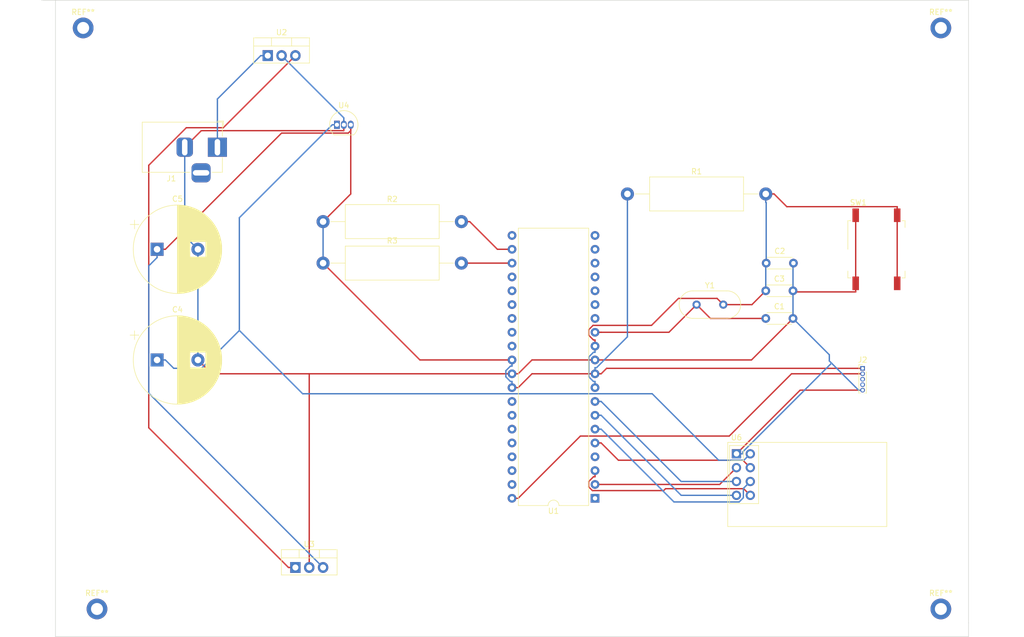
<source format=kicad_pcb>
(kicad_pcb (version 20211014) (generator pcbnew)
  (layers (0 "F.Cu" signal) (31 "B.Cu" signal) (34 "B.Paste" user) (35 "F.Paste" user) (36 "B.SilkS" user "B.Silkscreen") (37 "F.SilkS" user "F.Silkscreen") (38 "B.Mask" user) (39 "F.Mask" user) (44 "Edge.Cuts" user))
  (net 0 "")
  (net 1 "Net-(C1-Pad1)")
  (net 2 "/Atmega32/GND")
  (net 3 "Net-(C2-Pad1)")
  (net 4 "/Power Supply/3.3V")
  (net 5 "/Atmega32/5V")
  (net 6 "/Power Supply/12V")
  (net 7 "/Atmega32/A0")
  (net 10 "/Atmega32/SCL")
  (net 11 "/Atmega32/SDA")
  (net 13 "/Atmega32/CE")
  (net 14 "/Atmega32/IRQ")
  (net 16 "/Atmega32/CSN")
  (net 17 "/Atmega32/MOSI")
  (net 18 "/Atmega32/MISO")
  (net 19 "/Atmega32/SCK")
  (net 22 "/Atmega32/D2")
  (net 23 "/Atmega32/D3")
  (net 39 "/Atmega32/A2")
  (net 40 "/Atmega32/A1")
  (net 41 "Net-(U2-Pad3)")
  (net 42 "/5V")
  (net 43 "/A0")
  (net 44 "/GND")
  (net 45 "/3.3V")
  (net 46 "/CE")
  (net 47 "/CSN")
  (net 48 "/SCK")
  (net 49 "/MOSI")
  (net 50 "/MISO")
  (net 51 "/IRQ")
  (footprint "Connector_BarrelJack:BarrelJack_Horizontal" (layer "F.Cu") (at 93.23 47.3025)
    (fp_text reference "J1" (at -8.45 5.75) (layer "F.SilkS"))
    (fp_text value "Barrel_Jack")
    (pad "1" thru_hole rect (at 0 0) (size 3.5 3.5) (drill oval 1 3) (layers *.Cu *.Mask) (net 6 "/Power Supply/12V"))
    (pad "2" thru_hole roundrect (at -6 0) (size 3 3.5) (drill oval 1 3) (layers *.Cu *.Mask) (net 2 "/Atmega32/GND"))
    (pad "3" thru_hole roundrect (at -3 4.7) (size 3.5 3.5) (drill oval 3 1) (layers *.Cu *.Mask))
  )
  (footprint "Connector_PinHeader_1.00mm:PinHeader_1x05_P1.00mm_Vertical" (layer "F.Cu") (at 211.69 87.9)
    (fp_text reference "J2" (at 0 -1.56 180) (layer "F.SilkS"))
    (fp_text value "Joystick (Servo)")
    (pad "1" thru_hole rect (at 0 0) (size 0.85 0.85) (drill 0.5) (layers *.Cu *.Mask) (net 42 "/5V"))
    (pad "2" thru_hole oval (at 0 1) (size 0.85 0.85) (drill 0.5) (layers *.Cu *.Mask) (net 43 "/A0"))
    (pad "3" thru_hole oval (at 0 2) (size 0.85 0.85) (drill 0.5) (layers *.Cu *.Mask))
    (pad "4" thru_hole oval (at 0 3) (size 0.85 0.85) (drill 0.5) (layers *.Cu *.Mask))
    (pad "5" thru_hole oval (at 0 4) (size 0.85 0.85) (drill 0.5) (layers *.Cu *.Mask) (net 44 "/GND"))
  )
  (footprint "MountingHole:MountingHole_2.2mm_M2_ISO14580_Pad" (layer "F.Cu") (at 68.58 25.4)
    (fp_text reference "REF**" (at 0 -2.9) (layer "F.SilkS"))
    (fp_text value "MountingHole_2.2mm_M2_ISO14580_Pad")
    (pad "1" thru_hole circle (at 0 0) (size 3.8 3.8) (drill 2.2) (layers *.Cu *.Mask))
  )
  (footprint "Resistor_THT:R_Axial_DIN0617_L17.0mm_D6.0mm_P25.40mm_Horizontal" (layer "F.Cu") (at 168.51 55.88)
    (fp_text reference "R1" (at 12.7 -4.12) (layer "F.SilkS"))
    (fp_text value "10k")
    (pad "1" thru_hole circle (at 0 0) (size 2.4 2.4) (drill 1.2) (layers *.Cu *.Mask) (net 5 "/Atmega32/5V"))
    (pad "2" thru_hole oval (at 25.4 0) (size 2.4 2.4) (drill 1.2) (layers *.Cu *.Mask) (net 3 "Net-(C2-Pad1)"))
  )
  (footprint "Capacitor_THT:CP_Radial_D16.0mm_P7.50mm" (layer "F.Cu") (at 82.15 66.04)
    (fp_text reference "C5" (at 3.75 -9.25) (layer "F.SilkS"))
    (fp_text value "470uF")
    (pad "1" thru_hole rect (at 0 0) (size 2.4 2.4) (drill 1.2) (layers *.Cu *.Mask) (net 5 "/Atmega32/5V"))
    (pad "2" thru_hole circle (at 7.5 0) (size 2.4 2.4) (drill 1.2) (layers *.Cu *.Mask) (net 2 "/Atmega32/GND"))
  )
  (footprint "Capacitor_THT:C_Disc_D4.3mm_W1.9mm_P5.00mm" (layer "F.Cu") (at 193.91 73.66)
    (fp_text reference "C3" (at 2.5 -2.2 180) (layer "F.SilkS"))
    (fp_text value "10uF")
    (pad "1" thru_hole circle (at 0 0) (size 1.6 1.6) (drill 0.8) (layers *.Cu *.Mask) (net 3 "Net-(C2-Pad1)"))
    (pad "2" thru_hole circle (at 5 0) (size 1.6 1.6) (drill 0.8) (layers *.Cu *.Mask) (net 2 "/Atmega32/GND"))
  )
  (footprint "Package_TO_SOT_THT:TO-92_Inline" (layer "F.Cu") (at 115.17 43.18)
    (fp_text reference "U4" (at 1.27 -3.56) (layer "F.SilkS"))
    (fp_text value "L78L33_TO92")
    (pad "1" thru_hole rect (at 0 0) (size 1.05 1.5) (drill 0.75) (layers *.Cu *.Mask) (net 4 "/Power Supply/3.3V"))
    (pad "2" thru_hole oval (at 1.27 0) (size 1.05 1.5) (drill 0.75) (layers *.Cu *.Mask) (net 2 "/Atmega32/GND"))
    (pad "3" thru_hole oval (at 2.54 0) (size 1.05 1.5) (drill 0.75) (layers *.Cu *.Mask) (net 5 "/Atmega32/5V"))
  )
  (footprint "Crystal:Crystal_HC18-U_Vertical" (layer "F.Cu") (at 181.21 76.2)
    (fp_text reference "Y1" (at 2.45 -3.525 180) (layer "F.SilkS"))
    (fp_text value "Crystal")
    (pad "1" thru_hole circle (at 0 0) (size 1.5 1.5) (drill 0.8) (layers *.Cu *.Mask) (net 1 "Net-(C1-Pad1)"))
    (pad "2" thru_hole circle (at 4.9 0) (size 1.5 1.5) (drill 0.8) (layers *.Cu *.Mask) (net 3 "Net-(C2-Pad1)"))
  )
  (footprint "Capacitor_THT:C_Disc_D4.3mm_W1.9mm_P5.00mm" (layer "F.Cu") (at 193.91 78.74)
    (fp_text reference "C1" (at 2.5 -2.2 180) (layer "F.SilkS"))
    (fp_text value "22pF")
    (pad "1" thru_hole circle (at 0 0) (size 1.6 1.6) (drill 0.8) (layers *.Cu *.Mask) (net 1 "Net-(C1-Pad1)"))
    (pad "2" thru_hole circle (at 5 0) (size 1.6 1.6) (drill 0.8) (layers *.Cu *.Mask) (net 2 "/Atmega32/GND"))
  )
  (footprint "Package_DIP:DIP-40_W15.24mm" (layer "F.Cu") (at 162.56 111.76 180)
    (fp_text reference "U1" (at 7.62 -2.33) (layer "F.SilkS"))
    (fp_text value "ATmega32-16P")
    (pad "1" thru_hole rect (at 0 0 180) (size 1.6 1.6) (drill 0.8) (layers *.Cu *.Mask))
    (pad "2" thru_hole oval (at 0 2.54 180) (size 1.6 1.6) (drill 0.8) (layers *.Cu *.Mask) (net 13 "/Atmega32/CE"))
    (pad "3" thru_hole oval (at 0 5.08 180) (size 1.6 1.6) (drill 0.8) (layers *.Cu *.Mask) (net 14 "/Atmega32/IRQ"))
    (pad "4" thru_hole oval (at 0 7.62 180) (size 1.6 1.6) (drill 0.8) (layers *.Cu *.Mask))
    (pad "5" thru_hole oval (at 0 10.16 180) (size 1.6 1.6) (drill 0.8) (layers *.Cu *.Mask) (net 16 "/Atmega32/CSN"))
    (pad "6" thru_hole oval (at 0 12.7 180) (size 1.6 1.6) (drill 0.8) (layers *.Cu *.Mask) (net 17 "/Atmega32/MOSI"))
    (pad "7" thru_hole oval (at 0 15.24 180) (size 1.6 1.6) (drill 0.8) (layers *.Cu *.Mask) (net 18 "/Atmega32/MISO"))
    (pad "8" thru_hole oval (at 0 17.78 180) (size 1.6 1.6) (drill 0.8) (layers *.Cu *.Mask) (net 19 "/Atmega32/SCK"))
    (pad "9" thru_hole oval (at 0 20.32 180) (size 1.6 1.6) (drill 0.8) (layers *.Cu *.Mask) (net 3 "Net-(C2-Pad1)"))
    (pad "10" thru_hole oval (at 0 22.86 180) (size 1.6 1.6) (drill 0.8) (layers *.Cu *.Mask) (net 5 "/Atmega32/5V"))
    (pad "11" thru_hole oval (at 0 25.4 180) (size 1.6 1.6) (drill 0.8) (layers *.Cu *.Mask) (net 2 "/Atmega32/GND"))
    (pad "12" thru_hole oval (at 0 27.94 180) (size 1.6 1.6) (drill 0.8) (layers *.Cu *.Mask) (net 3 "Net-(C2-Pad1)"))
    (pad "13" thru_hole oval (at 0 30.48 180) (size 1.6 1.6) (drill 0.8) (layers *.Cu *.Mask) (net 1 "Net-(C1-Pad1)"))
    (pad "14" thru_hole oval (at 0 33.02 180) (size 1.6 1.6) (drill 0.8) (layers *.Cu *.Mask))
    (pad "15" thru_hole oval (at 0 35.56 180) (size 1.6 1.6) (drill 0.8) (layers *.Cu *.Mask))
    (pad "16" thru_hole oval (at 0 38.1 180) (size 1.6 1.6) (drill 0.8) (layers *.Cu *.Mask) (net 22 "/Atmega32/D2"))
    (pad "17" thru_hole oval (at 0 40.64 180) (size 1.6 1.6) (drill 0.8) (layers *.Cu *.Mask) (net 23 "/Atmega32/D3"))
    (pad "18" thru_hole oval (at 0 43.18 180) (size 1.6 1.6) (drill 0.8) (layers *.Cu *.Mask))
    (pad "19" thru_hole oval (at 0 45.72 180) (size 1.6 1.6) (drill 0.8) (layers *.Cu *.Mask))
    (pad "20" thru_hole oval (at 0 48.26 180) (size 1.6 1.6) (drill 0.8) (layers *.Cu *.Mask))
    (pad "21" thru_hole oval (at 15.24 48.26 180) (size 1.6 1.6) (drill 0.8) (layers *.Cu *.Mask))
    (pad "22" thru_hole oval (at 15.24 45.72 180) (size 1.6 1.6) (drill 0.8) (layers *.Cu *.Mask) (net 10 "/Atmega32/SCL"))
    (pad "23" thru_hole oval (at 15.24 43.18 180) (size 1.6 1.6) (drill 0.8) (layers *.Cu *.Mask) (net 11 "/Atmega32/SDA"))
    (pad "24" thru_hole oval (at 15.24 40.64 180) (size 1.6 1.6) (drill 0.8) (layers *.Cu *.Mask))
    (pad "25" thru_hole oval (at 15.24 38.1 180) (size 1.6 1.6) (drill 0.8) (layers *.Cu *.Mask))
    (pad "26" thru_hole oval (at 15.24 35.56 180) (size 1.6 1.6) (drill 0.8) (layers *.Cu *.Mask))
    (pad "27" thru_hole oval (at 15.24 33.02 180) (size 1.6 1.6) (drill 0.8) (layers *.Cu *.Mask))
    (pad "28" thru_hole oval (at 15.24 30.48 180) (size 1.6 1.6) (drill 0.8) (layers *.Cu *.Mask))
    (pad "29" thru_hole oval (at 15.24 27.94 180) (size 1.6 1.6) (drill 0.8) (layers *.Cu *.Mask))
    (pad "30" thru_hole oval (at 15.24 25.4 180) (size 1.6 1.6) (drill 0.8) (layers *.Cu *.Mask) (net 5 "/Atmega32/5V"))
    (pad "31" thru_hole oval (at 15.24 22.86 180) (size 1.6 1.6) (drill 0.8) (layers *.Cu *.Mask) (net 2 "/Atmega32/GND"))
    (pad "32" thru_hole oval (at 15.24 20.32 180) (size 1.6 1.6) (drill 0.8) (layers *.Cu *.Mask) (net 5 "/Atmega32/5V"))
    (pad "33" thru_hole oval (at 15.24 17.78 180) (size 1.6 1.6) (drill 0.8) (layers *.Cu *.Mask))
    (pad "34" thru_hole oval (at 15.24 15.24 180) (size 1.6 1.6) (drill 0.8) (layers *.Cu *.Mask))
    (pad "35" thru_hole oval (at 15.24 12.7 180) (size 1.6 1.6) (drill 0.8) (layers *.Cu *.Mask))
    (pad "36" thru_hole oval (at 15.24 10.16 180) (size 1.6 1.6) (drill 0.8) (layers *.Cu *.Mask))
    (pad "37" thru_hole oval (at 15.24 7.62 180) (size 1.6 1.6) (drill 0.8) (layers *.Cu *.Mask))
    (pad "38" thru_hole oval (at 15.24 5.08 180) (size 1.6 1.6) (drill 0.8) (layers *.Cu *.Mask) (net 39 "/Atmega32/A2"))
    (pad "39" thru_hole oval (at 15.24 2.54 180) (size 1.6 1.6) (drill 0.8) (layers *.Cu *.Mask) (net 40 "/Atmega32/A1"))
    (pad "40" thru_hole oval (at 15.24 0 180) (size 1.6 1.6) (drill 0.8) (layers *.Cu *.Mask) (net 7 "/Atmega32/A0"))
  )
  (footprint "Package_TO_SOT_THT:TO-220-3_Vertical" (layer "F.Cu") (at 107.55 124.46)
    (fp_text reference "U3" (at 2.54 -4.27 180) (layer "F.SilkS"))
    (fp_text value "L7805")
    (pad "1" thru_hole rect (at 0 0) (size 1.905 2) (drill 1.1) (layers *.Cu *.Mask) (net 41 "Net-(U2-Pad3)"))
    (pad "2" thru_hole oval (at 2.54 0) (size 1.905 2) (drill 1.1) (layers *.Cu *.Mask) (net 2 "/Atmega32/GND"))
    (pad "3" thru_hole oval (at 5.08 0) (size 1.905 2) (drill 1.1) (layers *.Cu *.Mask) (net 5 "/Atmega32/5V"))
  )
  (footprint "Resistor_THT:R_Axial_DIN0617_L17.0mm_D6.0mm_P25.40mm_Horizontal" (layer "F.Cu") (at 112.63 68.58)
    (fp_text reference "R3" (at 12.7 -4.12) (layer "F.SilkS"))
    (fp_text value "4.7k")
    (pad "1" thru_hole circle (at 0 0) (size 2.4 2.4) (drill 1.2) (layers *.Cu *.Mask) (net 5 "/Atmega32/5V"))
    (pad "2" thru_hole oval (at 25.4 0) (size 2.4 2.4) (drill 1.2) (layers *.Cu *.Mask) (net 11 "/Atmega32/SDA"))
  )
  (footprint "Resistor_THT:R_Axial_DIN0617_L17.0mm_D6.0mm_P25.40mm_Horizontal" (layer "F.Cu") (at 112.63 60.96)
    (fp_text reference "R2" (at 12.7 -4.12) (layer "F.SilkS"))
    (fp_text value "4.7k")
    (pad "1" thru_hole circle (at 0 0) (size 2.4 2.4) (drill 1.2) (layers *.Cu *.Mask) (net 5 "/Atmega32/5V"))
    (pad "2" thru_hole oval (at 25.4 0) (size 2.4 2.4) (drill 1.2) (layers *.Cu *.Mask) (net 10 "/Atmega32/SCL"))
  )
  (footprint "Button_Switch_SMD:SW_MEC_5GSH9" (layer "F.Cu") (at 214.23 66.04)
    (fp_text reference "SW1" (at -3.325 -8.575 180) (layer "F.SilkS"))
    (fp_text value "Reset Button")
    (pad "1" smd rect (at -3.81 -6.25 90) (size 2.5 1.2) (layers "F.Cu" "F.Paste" "F.Mask") (net 2 "/Atmega32/GND"))
    (pad "2" smd rect (at -3.81 6.25 90) (size 2.5 1.2) (layers "F.Cu" "F.Paste" "F.Mask") (net 2 "/Atmega32/GND"))
    (pad "3" smd rect (at 3.81 -6.25 90) (size 2.5 1.2) (layers "F.Cu" "F.Paste" "F.Mask") (net 3 "Net-(C2-Pad1)"))
    (pad "4" smd rect (at 3.81 6.25 90) (size 2.5 1.2) (layers "F.Cu" "F.Paste" "F.Mask") (net 3 "Net-(C2-Pad1)"))
  )
  (footprint "RF_Module:nRF24L01_Breakout" (layer "F.Cu") (at 188.53 103.595)
    (fp_text reference "U6" (at 0 -3) (layer "F.SilkS"))
    (fp_text value "NRF24L01")
    (pad "1" thru_hole rect (at 0 0) (size 1.7 1.7) (drill 1) (layers *.Cu *.Mask) (net 44 "/GND"))
    (pad "2" thru_hole circle (at 2.54 0) (size 1.7 1.7) (drill 1) (layers *.Cu *.Mask) (net 45 "/3.3V"))
    (pad "3" thru_hole circle (at 0 2.54) (size 1.7 1.7) (drill 1) (layers *.Cu *.Mask) (net 46 "/CE"))
    (pad "4" thru_hole circle (at 2.54 2.54) (size 1.7 1.7) (drill 1) (layers *.Cu *.Mask) (net 47 "/CSN"))
    (pad "5" thru_hole circle (at 0 5.08) (size 1.7 1.7) (drill 1) (layers *.Cu *.Mask) (net 48 "/SCK"))
    (pad "6" thru_hole circle (at 2.54 5.08) (size 1.7 1.7) (drill 1) (layers *.Cu *.Mask) (net 49 "/MOSI"))
    (pad "7" thru_hole circle (at 0 7.62) (size 1.7 1.7) (drill 1) (layers *.Cu *.Mask) (net 50 "/MISO"))
    (pad "8" thru_hole circle (at 2.54 7.62) (size 1.7 1.7) (drill 1) (layers *.Cu *.Mask) (net 51 "/IRQ"))
  )
  (footprint "MountingHole:MountingHole_2.2mm_M2_ISO14580_Pad" (layer "F.Cu") (at 226.06 132.08)
    (fp_text reference "REF**" (at 0 -2.9) (layer "F.SilkS"))
    (fp_text value "MountingHole_2.2mm_M2_ISO14580_Pad")
    (pad "1" thru_hole circle (at 0 0) (size 3.8 3.8) (drill 2.2) (layers *.Cu *.Mask))
  )
  (footprint "Capacitor_THT:CP_Radial_D16.0mm_P7.50mm" (layer "F.Cu") (at 82.15 86.36)
    (fp_text reference "C4" (at 3.75 -9.25) (layer "F.SilkS"))
    (fp_text value "470uF")
    (pad "1" thru_hole rect (at 0 0) (size 2.4 2.4) (drill 1.2) (layers *.Cu *.Mask) (net 4 "/Power Supply/3.3V"))
    (pad "2" thru_hole circle (at 7.5 0) (size 2.4 2.4) (drill 1.2) (layers *.Cu *.Mask) (net 2 "/Atmega32/GND"))
  )
  (footprint "MountingHole:MountingHole_2.2mm_M2_ISO14580_Pad" (layer "F.Cu") (at 226.06 25.4)
    (fp_text reference "REF**" (at 0 -2.9) (layer "F.SilkS"))
    (fp_text value "MountingHole_2.2mm_M2_ISO14580_Pad")
    (pad "1" thru_hole circle (at 0 0) (size 3.8 3.8) (drill 2.2) (layers *.Cu *.Mask))
  )
  (footprint "MountingHole:MountingHole_2.2mm_M2_ISO14580_Pad" (layer "F.Cu") (at 71.12 132.08)
    (fp_text reference "REF**" (at 0 -2.9) (layer "F.SilkS"))
    (fp_text value "MountingHole_2.2mm_M2_ISO14580_Pad")
    (pad "1" thru_hole circle (at 0 0) (size 3.8 3.8) (drill 2.2) (layers *.Cu *.Mask))
  )
  (footprint "Package_TO_SOT_THT:TO-220-3_Vertical" (layer "F.Cu") (at 102.47 30.48)
    (fp_text reference "U2" (at 2.54 -4.27) (layer "F.SilkS"))
    (fp_text value "L7809")
    (pad "1" thru_hole rect (at 0 0) (size 1.905 2) (drill 1.1) (layers *.Cu *.Mask) (net 6 "/Power Supply/12V"))
    (pad "2" thru_hole oval (at 2.54 0) (size 1.905 2) (drill 1.1) (layers *.Cu *.Mask) (net 2 "/Atmega32/GND"))
    (pad "3" thru_hole oval (at 5.08 0) (size 1.905 2) (drill 1.1) (layers *.Cu *.Mask) (net 41 "Net-(U2-Pad3)"))
  )
  (footprint "Capacitor_THT:C_Disc_D4.3mm_W1.9mm_P5.00mm" (layer "F.Cu") (at 193.99 68.58)
    (fp_text reference "C2" (at 2.5 -2.2 180) (layer "F.SilkS"))
    (fp_text value "22pF")
    (pad "1" thru_hole circle (at 0 0) (size 1.6 1.6) (drill 0.8) (layers *.Cu *.Mask) (net 3 "Net-(C2-Pad1)"))
    (pad "2" thru_hole circle (at 5 0) (size 1.6 1.6) (drill 0.8) (layers *.Cu *.Mask) (net 2 "/Atmega32/GND"))
  )
  (gr_line (start 60.96 20.32) (end 231.14 20.32) (layer "Edge.Cuts") (width 0.1))
  (gr_line (start 231.14 20.32) (end 231.14 134.62) (layer "Edge.Cuts") (width 0.1))
  (gr_line (start 231.14 134.62) (end 231.14 137.16) (layer "Edge.Cuts") (width 0.1))
  (gr_line (start 231.14 137.16) (end 63.5 137.16) (layer "Edge.Cuts") (width 0.1))
  (gr_line (start 63.5 137.16) (end 63.5 20.32) (layer "Edge.Cuts") (width 0.1))
  (segment (start 162.56 81.28) (end 163.6853 81.28) (width 0.25) (layer "F.Cu") (net 1))
  (segment (start 181.21 76.2) (end 176.13 81.28) (width 0.25) (layer "F.Cu") (net 1))
  (segment (start 183.75 78.74) (end 181.21 76.2) (width 0.25) (layer "F.Cu") (net 1))
  (segment (start 193.91 78.74) (end 183.75 78.74) (width 0.25) (layer "F.Cu") (net 1))
  (segment (start 176.13 81.28) (end 163.6853 81.28) (width 0.25) (layer "F.Cu") (net 1))
  (segment (start 148.4453 88.9) (end 150.9853 86.36) (width 0.25) (layer "F.Cu") (net 2))
  (segment (start 116.44 43.18) (end 116.44 44.2553) (width 0.25) (layer "F.Cu") (net 2))
  (segment (start 89.65 86.36) (end 92.19 88.9) (width 0.25) (layer "F.Cu") (net 2))
  (segment (start 147.32 88.9) (end 148.4453 88.9) (width 0.25) (layer "F.Cu") (net 2))
  (segment (start 90.2772 44.2553) (end 116.44 44.2553) (width 0.25) (layer "F.Cu") (net 2))
  (segment (start 199.1153 73.8653) (end 210.42 73.8653) (width 0.25) (layer "F.Cu") (net 2))
  (segment (start 110.09 88.9) (end 147.32 88.9) (width 0.25) (layer "F.Cu") (net 2))
  (segment (start 191.29 86.36) (end 198.91 78.74) (width 0.25) (layer "F.Cu") (net 2))
  (segment (start 162.56 86.36) (end 191.29 86.36) (width 0.25) (layer "F.Cu") (net 2))
  (segment (start 150.9853 86.36) (end 162.56 86.36) (width 0.25) (layer "F.Cu") (net 2))
  (segment (start 210.42 72.29) (end 210.42 59.79) (width 0.25) (layer "F.Cu") (net 2))
  (segment (start 198.91 73.66) (end 199.1153 73.8653) (width 0.25) (layer "F.Cu") (net 2))
  (segment (start 92.19 88.9) (end 110.09 88.9) (width 0.25) (layer "F.Cu") (net 2))
  (segment (start 87.23 47.3025) (end 90.2772 44.2553) (width 0.25) (layer "F.Cu") (net 2))
  (segment (start 210.42 72.29) (end 210.42 73.8653) (width 0.25) (layer "F.Cu") (net 2))
  (segment (start 110.09 88.9) (end 110.09 124.46) (width 0.25) (layer "F.Cu") (net 2))
  (segment (start 205.9864 86.9466) (end 189.7053 103.2277) (width 0.25) (layer "B.Cu") (net 2))
  (segment (start 205.5824 86.5427) (end 205.5824 85.4124) (width 0.25) (layer "B.Cu") (net 2))
  (segment (start 198.91 68.66) (end 198.91 73.66) (width 0.25) (layer "B.Cu") (net 2))
  (segment (start 210.9397 91.9) (end 205.9864 86.9466) (width 0.25) (layer "B.Cu") (net 2))
  (segment (start 205.5824 85.4124) (end 198.91 78.74) (width 0.25) (layer "B.Cu") (net 2))
  (segment (start 188.53 103.595) (end 189.7053 103.595) (width 0.25) (layer "B.Cu") (net 2))
  (segment (start 105.01 30.48) (end 116.44 41.91) (width 0.25) (layer "B.Cu") (net 2))
  (segment (start 89.65 86.36) (end 89.65 66.04) (width 0.25) (layer "B.Cu") (net 2))
  (segment (start 211.69 91.9) (end 210.9397 91.9) (width 0.25) (layer "B.Cu") (net 2))
  (segment (start 198.91 73.66) (end 198.91 78.74) (width 0.25) (layer "B.Cu") (net 2))
  (segment (start 89.65 66.04) (end 87.23 63.62) (width 0.25) (layer "B.Cu") (net 2))
  (segment (start 205.9864 86.9466) (end 205.5824 86.5427) (width 0.25) (layer "B.Cu") (net 2))
  (segment (start 87.23 63.62) (end 87.23 47.3025) (width 0.25) (layer "B.Cu") (net 2))
  (segment (start 189.7053 103.2277) (end 189.7053 103.595) (width 0.25) (layer "B.Cu") (net 2))
  (segment (start 198.99 68.58) (end 198.91 68.66) (width 0.25) (layer "B.Cu") (net 2))
  (segment (start 116.44 41.91) (end 116.44 43.18) (width 0.25) (layer "B.Cu") (net 2))
  (segment (start 191.37 76.2) (end 186.11 76.2) (width 0.25) (layer "F.Cu") (net 3))
  (segment (start 162.2787 82.6947) (end 162.56 82.6947) (width 0.25) (layer "F.Cu") (net 3))
  (segment (start 161.4187 80.7928) (end 161.4187 81.8347) (width 0.25) (layer "F.Cu") (net 3))
  (segment (start 193.91 73.66) (end 191.37 76.2) (width 0.25) (layer "F.Cu") (net 3))
  (segment (start 193.91 55.88) (end 195.4353 55.88) (width 0.25) (layer "F.Cu") (net 3))
  (segment (start 177.8834 75.059) (end 172.9324 80.01) (width 0.25) (layer "F.Cu") (net 3))
  (segment (start 172.9324 80.01) (end 162.2015 80.01) (width 0.25) (layer "F.Cu") (net 3))
  (segment (start 218.04 59.79) (end 218.04 72.29) (width 0.25) (layer "F.Cu") (net 3))
  (segment (start 218.04 59.0023) (end 218.04 58.2147) (width 0.25) (layer "F.Cu") (net 3))
  (segment (start 161.4187 81.8347) (end 162.2787 82.6947) (width 0.25) (layer "F.Cu") (net 3))
  (segment (start 184.969 75.059) (end 177.8834 75.059) (width 0.25) (layer "F.Cu") (net 3))
  (segment (start 218.04 58.2147) (end 197.77 58.2147) (width 0.25) (layer "F.Cu") (net 3))
  (segment (start 162.56 83.82) (end 162.56 82.6947) (width 0.25) (layer "F.Cu") (net 3))
  (segment (start 186.11 76.2) (end 184.969 75.059) (width 0.25) (layer "F.Cu") (net 3))
  (segment (start 218.04 59.0023) (end 218.04 59.79) (width 0.25) (layer "F.Cu") (net 3))
  (segment (start 162.2015 80.01) (end 161.4187 80.7928) (width 0.25) (layer "F.Cu") (net 3))
  (segment (start 197.77 58.2147) (end 195.4353 55.88) (width 0.25) (layer "F.Cu") (net 3))
  (segment (start 162.2787 84.9453) (end 161.4347 85.7893) (width 0.25) (layer "B.Cu") (net 3))
  (segment (start 193.91 68.66) (end 193.91 73.66) (width 0.25) (layer "B.Cu") (net 3))
  (segment (start 162.56 83.82) (end 162.56 84.9453) (width 0.25) (layer "B.Cu") (net 3))
  (segment (start 193.91 55.88) (end 193.91 57.4053) (width 0.25) (layer "B.Cu") (net 3))
  (segment (start 161.4347 85.7893) (end 161.4347 89.4708) (width 0.25) (layer "B.Cu") (net 3))
  (segment (start 162.2786 90.3147) (end 162.56 90.3147) (width 0.25) (layer "B.Cu") (net 3))
  (segment (start 193.91 57.4053) (end 193.99 57.4853) (width 0.25) (layer "B.Cu") (net 3))
  (segment (start 162.56 84.9453) (end 162.2787 84.9453) (width 0.25) (layer "B.Cu") (net 3))
  (segment (start 193.99 57.4853) (end 193.99 68.58) (width 0.25) (layer "B.Cu") (net 3))
  (segment (start 193.99 68.58) (end 193.91 68.66) (width 0.25) (layer "B.Cu") (net 3))
  (segment (start 162.56 91.44) (end 162.56 90.3147) (width 0.25) (layer "B.Cu") (net 3))
  (segment (start 161.4347 89.4708) (end 162.2786 90.3147) (width 0.25) (layer "B.Cu") (net 3))
  (segment (start 185.2612 104.7704) (end 189.8946 104.7704) (width 0.25) (layer "B.Cu") (net 4))
  (segment (start 189.8946 104.7704) (end 191.07 103.595) (width 0.25) (layer "B.Cu") (net 4))
  (segment (start 83.6753 86.36) (end 85.2077 87.8924) (width 0.25) (layer "B.Cu") (net 4))
  (segment (start 173.0562 92.5654) (end 185.2612 104.7704) (width 0.25) (layer "B.Cu") (net 4))
  (segment (start 85.2077 87.8924) (end 90.3136 87.8924) (width 0.25) (layer "B.Cu") (net 4))
  (segment (start 97.2606 80.9454) (end 97.2606 60.2391) (width 0.25) (layer "B.Cu") (net 4))
  (segment (start 82.15 86.36) (end 83.6753 86.36) (width 0.25) (layer "B.Cu") (net 4))
  (segment (start 90.3136 87.8924) (end 97.2606 80.9454) (width 0.25) (layer "B.Cu") (net 4))
  (segment (start 97.2606 80.9454) (end 108.8806 92.5654) (width 0.25) (layer "B.Cu") (net 4))
  (segment (start 108.8806 92.5654) (end 173.0562 92.5654) (width 0.25) (layer "B.Cu") (net 4))
  (segment (start 97.2606 60.2391) (end 114.3197 43.18) (width 0.25) (layer "B.Cu") (net 4))
  (segment (start 115.17 43.18) (end 114.3197 43.18) (width 0.25) (layer "B.Cu") (net 4))
  (segment (start 82.15 66.04) (end 83.6753 66.04) (width 0.25) (layer "F.Cu") (net 5))
  (segment (start 147.32 91.44) (end 148.4453 91.44) (width 0.25) (layer "F.Cu") (net 5))
  (segment (start 117.2597 44.7056) (end 117.71 44.2553) (width 0.25) (layer "F.Cu") (net 5))
  (segment (start 105.0097 44.7056) (end 117.2597 44.7056) (width 0.25) (layer "F.Cu") (net 5))
  (segment (start 210.9397 87.9) (end 164.6853 87.9) (width 0.25) (layer "F.Cu") (net 5))
  (segment (start 117.71 43.18) (end 117.71 55.88) (width 0.25) (layer "F.Cu") (net 5))
  (segment (start 150.9853 88.9) (end 162.56 88.9) (width 0.25) (layer "F.Cu") (net 5))
  (segment (start 211.69 87.9) (end 210.9397 87.9) (width 0.25) (layer "F.Cu") (net 5))
  (segment (start 112.63 68.58) (end 130.41 86.36) (width 0.25) (layer "F.Cu") (net 5))
  (segment (start 148.4453 91.44) (end 150.9853 88.9) (width 0.25) (layer "F.Cu") (net 5))
  (segment (start 117.71 43.18) (end 117.71 44.2553) (width 0.25) (layer "F.Cu") (net 5))
  (segment (start 117.71 55.88) (end 112.63 60.96) (width 0.25) (layer "F.Cu") (net 5))
  (segment (start 162.56 88.9) (end 163.6853 88.9) (width 0.25) (layer "F.Cu") (net 5))
  (segment (start 83.6753 66.04) (end 105.0097 44.7056) (width 0.25) (layer "F.Cu") (net 5))
  (segment (start 164.6853 87.9) (end 163.6853 88.9) (width 0.25) (layer "F.Cu") (net 5))
  (segment (start 130.41 86.36) (end 147.32 86.36) (width 0.25) (layer "F.Cu") (net 5))
  (segment (start 168.51 82.106) (end 162.8413 87.7747) (width 0.25) (layer "B.Cu") (net 5))
  (segment (start 112.63 60.96) (end 112.63 68.58) (width 0.25) (layer "B.Cu") (net 5))
  (segment (start 82.15 67.5653) (end 80.6246 69.0907) (width 0.25) (layer "B.Cu") (net 5))
  (segment (start 82.15 66.04) (end 82.15 67.5653) (width 0.25) (layer "B.Cu") (net 5))
  (segment (start 147.0387 90.3147) (end 146.1947 89.4707) (width 0.25) (layer "B.Cu") (net 5))
  (segment (start 162.8413 87.7747) (end 162.56 87.7747) (width 0.25) (layer "B.Cu") (net 5))
  (segment (start 147.32 90.3147) (end 147.0387 90.3147) (width 0.25) (layer "B.Cu") (net 5))
  (segment (start 147.32 86.36) (end 147.32 87.4853) (width 0.25) (layer "B.Cu") (net 5))
  (segment (start 80.6246 69.0907) (end 80.6246 92.4546) (width 0.25) (layer "B.Cu") (net 5))
  (segment (start 146.1947 88.3292) (end 147.0386 87.4853) (width 0.25) (layer "B.Cu") (net 5))
  (segment (start 146.1947 89.4707) (end 146.1947 88.3292) (width 0.25) (layer "B.Cu") (net 5))
  (segment (start 162.56 88.9) (end 162.56 87.7747) (width 0.25) (layer "B.Cu") (net 5))
  (segment (start 80.6246 92.4546) (end 112.63 124.46) (width 0.25) (layer "B.Cu") (net 5))
  (segment (start 168.51 55.88) (end 168.51 82.106) (width 0.25) (layer "B.Cu") (net 5))
  (segment (start 147.0386 87.4853) (end 147.32 87.4853) (width 0.25) (layer "B.Cu") (net 5))
  (segment (start 147.32 91.44) (end 147.32 90.3147) (width 0.25) (layer "B.Cu") (net 5))
  (segment (start 93.23 47.3025) (end 93.23 38.4422) (width 0.25) (layer "B.Cu") (net 6))
  (segment (start 102.47 30.48) (end 101.1922 30.48) (width 0.25) (layer "B.Cu") (net 6))
  (segment (start 93.23 38.4422) (end 101.1922 30.48) (width 0.25) (layer "B.Cu") (net 6))
  (segment (start 187.21 100.33) (end 159.8753 100.33) (width 0.25) (layer "F.Cu") (net 7))
  (segment (start 198.64 88.9) (end 187.21 100.33) (width 0.25) (layer "F.Cu") (net 7))
  (segment (start 211.69 88.9) (end 198.64 88.9) (width 0.25) (layer "F.Cu") (net 7))
  (segment (start 147.32 111.76) (end 148.4453 111.76) (width 0.25) (layer "F.Cu") (net 7))
  (segment (start 159.8753 100.33) (end 148.4453 111.76) (width 0.25) (layer "F.Cu") (net 7))
  (segment (start 139.5553 60.96) (end 144.6353 66.04) (width 0.25) (layer "F.Cu") (net 10))
  (segment (start 138.03 60.96) (end 139.5553 60.96) (width 0.25) (layer "F.Cu") (net 10))
  (segment (start 144.6353 66.04) (end 147.32 66.04) (width 0.25) (layer "F.Cu") (net 10))
  (segment (start 138.03 68.58) (end 147.32 68.58) (width 0.25) (layer "F.Cu") (net 11))
  (segment (start 162.56 109.22) (end 185.445 109.22) (width 0.25) (layer "F.Cu") (net 13))
  (segment (start 185.445 109.22) (end 188.53 106.135) (width 0.25) (layer "F.Cu") (net 13))
  (segment (start 161.4177 108.6663) (end 161.4177 109.6835) (width 0.25) (layer "F.Cu") (net 14))
  (segment (start 161.4177 109.6835) (end 162.0796 110.3454) (width 0.25) (layer "F.Cu") (net 14))
  (segment (start 175.1565 110.3454) (end 175.5069 109.995) (width 0.25) (layer "F.Cu") (net 14))
  (segment (start 175.5069 109.995) (end 189.85 109.995) (width 0.25) (layer "F.Cu") (net 14))
  (segment (start 162.56 107.8053) (end 162.2787 107.8053) (width 0.25) (layer "F.Cu") (net 14))
  (segment (start 162.2787 107.8053) (end 161.4177 108.6663) (width 0.25) (layer "F.Cu") (net 14))
  (segment (start 162.0796 110.3454) (end 175.1565 110.3454) (width 0.25) (layer "F.Cu") (net 14))
  (segment (start 189.85 109.995) (end 191.07 111.215) (width 0.25) (layer "F.Cu") (net 14))
  (segment (start 162.56 106.68) (end 162.56 107.8053) (width 0.25) (layer "F.Cu") (net 14))
  (segment (start 163.6853 101.6) (end 166.8557 104.7704) (width 0.25) (layer "F.Cu") (net 16))
  (segment (start 162.56 101.6) (end 163.6853 101.6) (width 0.25) (layer "F.Cu") (net 16))
  (segment (start 166.8557 104.7704) (end 189.7054 104.7704) (width 0.25) (layer "F.Cu") (net 16))
  (segment (start 189.7054 104.7704) (end 191.07 106.135) (width 0.25) (layer "F.Cu") (net 16))
  (segment (start 189.8 109.945) (end 189.8 111.6516) (width 0.25) (layer "B.Cu") (net 17))
  (segment (start 177.0581 112.4328) (end 163.6853 99.06) (width 0.25) (layer "B.Cu") (net 17))
  (segment (start 191.07 108.675) (end 189.8 109.945) (width 0.25) (layer "B.Cu") (net 17))
  (segment (start 189.8 111.6516) (end 189.0188 112.4328) (width 0.25) (layer "B.Cu") (net 17))
  (segment (start 189.0188 112.4328) (end 177.0581 112.4328) (width 0.25) (layer "B.Cu") (net 17))
  (segment (start 162.56 99.06) (end 163.6853 99.06) (width 0.25) (layer "B.Cu") (net 17))
  (segment (start 162.56 96.52) (end 163.6853 96.52) (width 0.25) (layer "B.Cu") (net 18))
  (segment (start 163.6853 96.52) (end 178.3803 111.215) (width 0.25) (layer "B.Cu") (net 18))
  (segment (start 178.3803 111.215) (end 188.53 111.215) (width 0.25) (layer "B.Cu") (net 18))
  (segment (start 162.56 93.98) (end 163.6853 93.98) (width 0.25) (layer "B.Cu") (net 19))
  (segment (start 178.3803 108.675) (end 188.53 108.675) (width 0.25) (layer "B.Cu") (net 19))
  (segment (start 163.6853 93.98) (end 178.3803 108.675) (width 0.25) (layer "B.Cu") (net 19))
  (segment (start 107.55 30.48) (end 94.3094 43.7206) (width 0.25) (layer "F.Cu") (net 41))
  (segment (start 87.5205 43.7206) (end 80.6246 50.6165) (width 0.25) (layer "F.Cu") (net 41))
  (segment (start 80.6246 50.6165) (end 80.6246 98.8124) (width 0.25) (layer "F.Cu") (net 41))
  (segment (start 107.55 124.46) (end 106.2722 124.46) (width 0.25) (layer "F.Cu") (net 41))
  (segment (start 94.3094 43.7206) (end 87.5205 43.7206) (width 0.25) (layer "F.Cu") (net 41))
  (segment (start 80.6246 98.8124) (end 106.2722 124.46) (width 0.25) (layer "F.Cu") (net 41))
  (segment (start 200.225 91.9) (end 188.53 103.595) (width 0.25) (layer "F.Cu") (net 44))
  (segment (start 211.69 91.9) (end 200.225 91.9) (width 0.25) (layer "F.Cu") (net 44))
)
</source>
